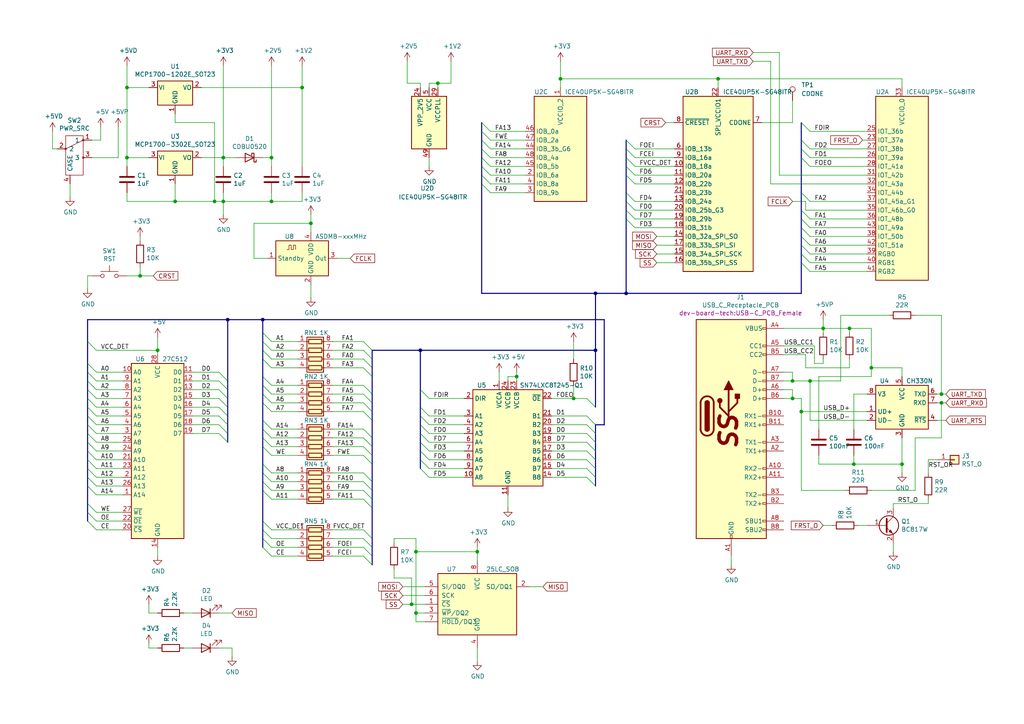
<source format=kicad_sch>
(kicad_sch (version 20230121) (generator eeschema)
  (paper "A4")
  (junction (at 252.73 106.68))
  (junction (at 229.87 110.49))
  (junction (at 90.17 64.77))
  (junction (at 76.2 92.71))
  (junction (at 120.65 177.8))
  (junction (at 36.83 25.4))
  (junction (at 45.72 101.6))
  (junction (at 162.56 22.86))
  (junction (at 273.05 116.84))
  (junction (at 234.95 110.49))
  (junction (at 36.83 45.72))
  (junction (at 64.77 45.72))
  (junction (at 208.28 22.86))
  (junction (at 120.65 160.02))
  (junction (at 40.64 80.01))
  (junction (at 149.86 109.22))
  (junction (at 172.72 101.6))
  (junction (at 138.43 160.02))
  (junction (at 238.76 95.25))
  (junction (at 261.62 134.62))
  (junction (at 232.41 119.38))
  (junction (at 121.92 101.6))
  (junction (at 64.77 58.42))
  (junction (at 50.8 58.42))
  (junction (at 62.23 58.42))
  (junction (at 229.87 115.57))
  (junction (at 166.37 115.57))
  (junction (at 247.65 134.62))
  (junction (at 127 24.13))
  (junction (at 273.05 114.3))
  (junction (at 181.61 85.09))
  (junction (at 87.63 25.4))
  (junction (at 78.74 58.42))
  (junction (at 172.72 85.09))
  (junction (at 78.74 45.72))
  (junction (at 119.38 175.26))
  (junction (at 66.04 92.71))
  (junction (at 246.38 95.25))
  (bus_entry (at 121.92 135.89) (size 2.54 2.54))
  (bus_entry (at 76.2 151.13) (size 2.54 2.54))
  (bus_entry (at 25.4 99.06) (size 2.54 2.54))
  (bus_entry (at 76.2 121.92) (size 2.54 2.54))
  (bus_entry (at 181.61 63.5) (size 2.54 2.54))
  (bus_entry (at 181.61 58.42) (size 2.54 2.54))
  (bus_entry (at 105.41 156.21) (size 2.54 2.54))
  (bus_entry (at 76.2 137.16) (size 2.54 2.54))
  (bus_entry (at 76.2 109.22) (size 2.54 2.54))
  (bus_entry (at 25.4 125.73) (size 2.54 2.54))
  (bus_entry (at 76.2 129.54) (size 2.54 2.54))
  (bus_entry (at 25.4 133.35) (size 2.54 2.54))
  (bus_entry (at 139.7 40.64) (size 2.54 2.54))
  (bus_entry (at 76.2 156.21) (size 2.54 2.54))
  (bus_entry (at 105.41 106.68) (size 2.54 2.54))
  (bus_entry (at 121.92 113.03) (size 2.54 2.54))
  (bus_entry (at 170.18 133.35) (size 2.54 2.54))
  (bus_entry (at 76.2 99.06) (size 2.54 2.54))
  (bus_entry (at 105.41 127) (size 2.54 2.54))
  (bus_entry (at 76.2 127) (size 2.54 2.54))
  (bus_entry (at 181.61 60.96) (size 2.54 2.54))
  (bus_entry (at 232.41 43.18) (size 2.54 2.54))
  (bus_entry (at 170.18 135.89) (size 2.54 2.54))
  (bus_entry (at 25.4 118.11) (size 2.54 2.54))
  (bus_entry (at 170.18 130.81) (size 2.54 2.54))
  (bus_entry (at 25.4 138.43) (size 2.54 2.54))
  (bus_entry (at 105.41 104.14) (size 2.54 2.54))
  (bus_entry (at 181.61 43.18) (size 2.54 2.54))
  (bus_entry (at 181.61 40.64) (size 2.54 2.54))
  (bus_entry (at 232.41 35.56) (size 2.54 2.54))
  (bus_entry (at 25.4 146.05) (size 2.54 2.54))
  (bus_entry (at 170.18 123.19) (size 2.54 2.54))
  (bus_entry (at 232.41 40.64) (size 2.54 2.54))
  (bus_entry (at 232.41 45.72) (size 2.54 2.54))
  (bus_entry (at 76.2 116.84) (size 2.54 2.54))
  (bus_entry (at 105.41 114.3) (size 2.54 2.54))
  (bus_entry (at 63.5 123.19) (size 2.54 2.54))
  (bus_entry (at 105.41 153.67) (size 2.54 2.54))
  (bus_entry (at 105.41 129.54) (size 2.54 2.54))
  (bus_entry (at 63.5 115.57) (size 2.54 2.54))
  (bus_entry (at 76.2 124.46) (size 2.54 2.54))
  (bus_entry (at 105.41 111.76) (size 2.54 2.54))
  (bus_entry (at 105.41 116.84) (size 2.54 2.54))
  (bus_entry (at 76.2 111.76) (size 2.54 2.54))
  (bus_entry (at 232.41 63.5) (size 2.54 2.54))
  (bus_entry (at 25.4 130.81) (size 2.54 2.54))
  (bus_entry (at 181.61 45.72) (size 2.54 2.54))
  (bus_entry (at 76.2 104.14) (size 2.54 2.54))
  (bus_entry (at 170.18 128.27) (size 2.54 2.54))
  (bus_entry (at 25.4 105.41) (size 2.54 2.54))
  (bus_entry (at 25.4 123.19) (size 2.54 2.54))
  (bus_entry (at 121.92 128.27) (size 2.54 2.54))
  (bus_entry (at 25.4 140.97) (size 2.54 2.54))
  (bus_entry (at 232.41 73.66) (size 2.54 2.54))
  (bus_entry (at 139.7 35.56) (size 2.54 2.54))
  (bus_entry (at 105.41 139.7) (size 2.54 2.54))
  (bus_entry (at 121.92 130.81) (size 2.54 2.54))
  (bus_entry (at 121.92 123.19) (size 2.54 2.54))
  (bus_entry (at 139.7 48.26) (size 2.54 2.54))
  (bus_entry (at 25.4 113.03) (size 2.54 2.54))
  (bus_entry (at 25.4 151.13) (size 2.54 2.54))
  (bus_entry (at 76.2 114.3) (size 2.54 2.54))
  (bus_entry (at 105.41 144.78) (size 2.54 2.54))
  (bus_entry (at 170.18 115.57) (size 2.54 2.54))
  (bus_entry (at 105.41 119.38) (size 2.54 2.54))
  (bus_entry (at 181.61 55.88) (size 2.54 2.54))
  (bus_entry (at 25.4 128.27) (size 2.54 2.54))
  (bus_entry (at 232.41 71.12) (size 2.54 2.54))
  (bus_entry (at 105.41 101.6) (size 2.54 2.54))
  (bus_entry (at 105.41 142.24) (size 2.54 2.54))
  (bus_entry (at 63.5 107.95) (size 2.54 2.54))
  (bus_entry (at 232.41 66.04) (size 2.54 2.54))
  (bus_entry (at 139.7 45.72) (size 2.54 2.54))
  (bus_entry (at 121.92 125.73) (size 2.54 2.54))
  (bus_entry (at 232.41 76.2) (size 2.54 2.54))
  (bus_entry (at 76.2 96.52) (size 2.54 2.54))
  (bus_entry (at 63.5 110.49) (size 2.54 2.54))
  (bus_entry (at 105.41 124.46) (size 2.54 2.54))
  (bus_entry (at 232.41 68.58) (size 2.54 2.54))
  (bus_entry (at 170.18 120.65) (size 2.54 2.54))
  (bus_entry (at 76.2 134.62) (size 2.54 2.54))
  (bus_entry (at 63.5 118.11) (size 2.54 2.54))
  (bus_entry (at 25.4 115.57) (size 2.54 2.54))
  (bus_entry (at 170.18 125.73) (size 2.54 2.54))
  (bus_entry (at 105.41 161.29) (size 2.54 2.54))
  (bus_entry (at 63.5 120.65) (size 2.54 2.54))
  (bus_entry (at 121.92 118.11) (size 2.54 2.54))
  (bus_entry (at 139.7 50.8) (size 2.54 2.54))
  (bus_entry (at 76.2 101.6) (size 2.54 2.54))
  (bus_entry (at 170.18 138.43) (size 2.54 2.54))
  (bus_entry (at 181.61 50.8) (size 2.54 2.54))
  (bus_entry (at 76.2 142.24) (size 2.54 2.54))
  (bus_entry (at 139.7 38.1) (size 2.54 2.54))
  (bus_entry (at 76.2 158.75) (size 2.54 2.54))
  (bus_entry (at 63.5 113.03) (size 2.54 2.54))
  (bus_entry (at 232.41 55.88) (size 2.54 2.54))
  (bus_entry (at 105.41 137.16) (size 2.54 2.54))
  (bus_entry (at 25.4 120.65) (size 2.54 2.54))
  (bus_entry (at 76.2 153.67) (size 2.54 2.54))
  (bus_entry (at 25.4 135.89) (size 2.54 2.54))
  (bus_entry (at 232.41 60.96) (size 2.54 2.54))
  (bus_entry (at 25.4 148.59) (size 2.54 2.54))
  (bus_entry (at 76.2 139.7) (size 2.54 2.54))
  (bus_entry (at 121.92 120.65) (size 2.54 2.54))
  (bus_entry (at 139.7 53.34) (size 2.54 2.54))
  (bus_entry (at 105.41 158.75) (size 2.54 2.54))
  (bus_entry (at 121.92 133.35) (size 2.54 2.54))
  (bus_entry (at 105.41 132.08) (size 2.54 2.54))
  (bus_entry (at 63.5 125.73) (size 2.54 2.54))
  (bus_entry (at 25.4 110.49) (size 2.54 2.54))
  (bus_entry (at 105.41 99.06) (size 2.54 2.54))
  (bus_entry (at 181.61 48.26) (size 2.54 2.54))
  (bus_entry (at 25.4 107.95) (size 2.54 2.54))
  (bus_entry (at 139.7 43.18) (size 2.54 2.54))
  (wire (pts (xy 226.06 50.8) (xy 251.46 50.8)))
  (wire (pts (xy 35.56 125.73) (xy 27.94 125.73)))
  (wire (pts (xy 96.52 158.75) (xy 105.41 158.75)))
  (wire (pts (xy 64.77 62.23) (xy 64.77 58.42)))
  (wire (pts (xy 27.94 133.35) (xy 35.56 133.35)))
  (wire (pts (xy 35.56 135.89) (xy 27.94 135.89)))
  (wire (pts (xy 238.76 95.25) (xy 238.76 96.52)))
  (wire (pts (xy 105.41 132.08) (xy 96.52 132.08)))
  (bus (pts (xy 107.95 134.62) (xy 107.95 139.7)))
  (bus (pts (xy 172.72 101.6) (xy 172.72 85.09)))
  (bus (pts (xy 76.2 111.76) (xy 76.2 114.3)))
  (wire (pts (xy 269.24 144.78) (xy 269.24 146.05)))
  (bus (pts (xy 25.4 107.95) (xy 25.4 110.49)))
  (wire (pts (xy 233.68 60.96) (xy 251.46 60.96)))
  (wire (pts (xy 124.46 24.13) (xy 127 24.13)))
  (wire (pts (xy 35.56 115.57) (xy 27.94 115.57)))
  (wire (pts (xy 67.31 187.96) (xy 67.31 190.5)))
  (wire (pts (xy 120.65 177.8) (xy 120.65 180.34)))
  (wire (pts (xy 247.65 124.46) (xy 247.65 114.3)))
  (wire (pts (xy 134.62 120.65) (xy 124.46 120.65)))
  (wire (pts (xy 246.38 95.25) (xy 246.38 96.52)))
  (bus (pts (xy 181.61 40.64) (xy 181.61 43.18)))
  (bus (pts (xy 172.72 101.6) (xy 121.92 101.6)))
  (bus (pts (xy 121.92 125.73) (xy 121.92 128.27)))
  (wire (pts (xy 114.3 157.48) (xy 114.3 156.21)))
  (bus (pts (xy 107.95 127) (xy 107.95 129.54)))
  (wire (pts (xy 36.83 55.88) (xy 36.83 58.42)))
  (wire (pts (xy 35.56 153.67) (xy 27.94 153.67)))
  (wire (pts (xy 86.36 119.38) (xy 78.74 119.38)))
  (bus (pts (xy 76.2 101.6) (xy 76.2 104.14)))
  (wire (pts (xy 234.95 76.2) (xy 251.46 76.2)))
  (wire (pts (xy 55.88 107.95) (xy 63.5 107.95)))
  (wire (pts (xy 78.74 55.88) (xy 78.74 58.42)))
  (wire (pts (xy 212.09 161.29) (xy 212.09 163.83)))
  (bus (pts (xy 66.04 113.03) (xy 66.04 115.57)))
  (wire (pts (xy 271.78 114.3) (xy 273.05 114.3)))
  (wire (pts (xy 160.02 130.81) (xy 170.18 130.81)))
  (wire (pts (xy 43.18 175.26) (xy 43.18 177.8)))
  (bus (pts (xy 232.41 68.58) (xy 232.41 71.12)))
  (wire (pts (xy 124.46 128.27) (xy 134.62 128.27)))
  (wire (pts (xy 43.18 177.8) (xy 45.72 177.8)))
  (wire (pts (xy 105.41 144.78) (xy 96.52 144.78)))
  (wire (pts (xy 208.28 22.86) (xy 162.56 22.86)))
  (wire (pts (xy 184.15 45.72) (xy 195.58 45.72)))
  (wire (pts (xy 265.43 91.44) (xy 273.05 91.44)))
  (wire (pts (xy 105.41 106.68) (xy 96.52 106.68)))
  (bus (pts (xy 181.61 55.88) (xy 181.61 58.42)))
  (bus (pts (xy 172.72 123.19) (xy 175.26 123.19)))
  (wire (pts (xy 78.74 104.14) (xy 86.36 104.14)))
  (bus (pts (xy 121.92 120.65) (xy 121.92 123.19)))
  (wire (pts (xy 63.5 115.57) (xy 55.88 115.57)))
  (bus (pts (xy 121.92 123.19) (xy 121.92 125.73)))
  (wire (pts (xy 160.02 135.89) (xy 170.18 135.89)))
  (bus (pts (xy 66.04 125.73) (xy 66.04 128.27)))
  (wire (pts (xy 238.76 95.25) (xy 246.38 95.25)))
  (wire (pts (xy 36.83 58.42) (xy 50.8 58.42)))
  (wire (pts (xy 149.86 107.95) (xy 149.86 109.22)))
  (wire (pts (xy 40.64 69.85) (xy 40.64 68.58)))
  (bus (pts (xy 181.61 85.09) (xy 172.72 85.09)))
  (wire (pts (xy 27.94 128.27) (xy 35.56 128.27)))
  (bus (pts (xy 107.95 147.32) (xy 107.95 156.21)))
  (wire (pts (xy 166.37 99.06) (xy 166.37 104.14)))
  (wire (pts (xy 238.76 152.4) (xy 241.3 152.4)))
  (wire (pts (xy 261.62 22.86) (xy 208.28 22.86)))
  (wire (pts (xy 246.38 106.68) (xy 246.38 104.14)))
  (wire (pts (xy 252.73 142.24) (xy 265.43 142.24)))
  (wire (pts (xy 78.74 153.67) (xy 86.36 153.67)))
  (bus (pts (xy 76.2 92.71) (xy 66.04 92.71)))
  (wire (pts (xy 78.74 124.46) (xy 86.36 124.46)))
  (bus (pts (xy 172.72 133.35) (xy 172.72 135.89)))
  (wire (pts (xy 34.29 45.72) (xy 26.67 45.72)))
  (wire (pts (xy 64.77 45.72) (xy 68.58 45.72)))
  (wire (pts (xy 227.33 113.03) (xy 229.87 113.03)))
  (wire (pts (xy 27.94 148.59) (xy 35.56 148.59)))
  (wire (pts (xy 247.65 134.62) (xy 261.62 134.62)))
  (bus (pts (xy 181.61 85.09) (xy 232.41 85.09)))
  (wire (pts (xy 90.17 64.77) (xy 90.17 67.31)))
  (wire (pts (xy 246.38 95.25) (xy 252.73 95.25)))
  (wire (pts (xy 123.19 170.18) (xy 116.84 170.18)))
  (wire (pts (xy 62.23 35.56) (xy 62.23 58.42)))
  (bus (pts (xy 232.41 63.5) (xy 232.41 66.04)))
  (wire (pts (xy 234.95 73.66) (xy 251.46 73.66)))
  (wire (pts (xy 78.74 58.42) (xy 87.63 58.42)))
  (bus (pts (xy 232.41 60.96) (xy 232.41 63.5)))
  (wire (pts (xy 86.36 156.21) (xy 78.74 156.21)))
  (wire (pts (xy 105.41 101.6) (xy 96.52 101.6)))
  (bus (pts (xy 107.95 139.7) (xy 107.95 142.24)))
  (wire (pts (xy 229.87 113.03) (xy 229.87 115.57)))
  (wire (pts (xy 101.6 74.93) (xy 97.79 74.93)))
  (wire (pts (xy 190.5 73.66) (xy 195.58 73.66)))
  (wire (pts (xy 234.95 71.12) (xy 251.46 71.12)))
  (wire (pts (xy 237.49 134.62) (xy 247.65 134.62)))
  (wire (pts (xy 105.41 156.21) (xy 96.52 156.21)))
  (bus (pts (xy 107.95 121.92) (xy 107.95 127)))
  (wire (pts (xy 271.78 121.92) (xy 274.32 121.92)))
  (wire (pts (xy 50.8 35.56) (xy 62.23 35.56)))
  (wire (pts (xy 124.46 133.35) (xy 134.62 133.35)))
  (wire (pts (xy 78.74 129.54) (xy 86.36 129.54)))
  (wire (pts (xy 232.41 115.57) (xy 232.41 119.38)))
  (wire (pts (xy 86.36 144.78) (xy 78.74 144.78)))
  (wire (pts (xy 105.41 139.7) (xy 96.52 139.7)))
  (bus (pts (xy 139.7 48.26) (xy 139.7 50.8)))
  (wire (pts (xy 220.98 35.56) (xy 229.87 35.56)))
  (bus (pts (xy 172.72 123.19) (xy 172.72 125.73)))
  (wire (pts (xy 64.77 55.88) (xy 64.77 58.42)))
  (bus (pts (xy 181.61 43.18) (xy 181.61 45.72)))
  (wire (pts (xy 229.87 110.49) (xy 234.95 110.49)))
  (bus (pts (xy 181.61 60.96) (xy 181.61 63.5)))
  (bus (pts (xy 181.61 45.72) (xy 181.61 48.26)))
  (wire (pts (xy 78.74 142.24) (xy 86.36 142.24)))
  (wire (pts (xy 247.65 114.3) (xy 251.46 114.3)))
  (wire (pts (xy 27.94 138.43) (xy 35.56 138.43)))
  (wire (pts (xy 142.24 43.18) (xy 152.4 43.18)))
  (wire (pts (xy 232.41 119.38) (xy 232.41 142.24)))
  (bus (pts (xy 76.2 127) (xy 76.2 129.54)))
  (wire (pts (xy 218.44 15.24) (xy 226.06 15.24)))
  (bus (pts (xy 76.2 116.84) (xy 76.2 121.92)))
  (wire (pts (xy 78.74 137.16) (xy 86.36 137.16)))
  (bus (pts (xy 139.7 38.1) (xy 139.7 40.64)))
  (bus (pts (xy 76.2 104.14) (xy 76.2 109.22)))
  (bus (pts (xy 25.4 128.27) (xy 25.4 130.81)))
  (wire (pts (xy 87.63 58.42) (xy 87.63 55.88)))
  (wire (pts (xy 229.87 115.57) (xy 227.33 115.57)))
  (wire (pts (xy 123.19 177.8) (xy 120.65 177.8)))
  (wire (pts (xy 257.81 91.44) (xy 243.84 91.44)))
  (wire (pts (xy 248.92 152.4) (xy 251.46 152.4)))
  (wire (pts (xy 119.38 175.26) (xy 116.84 175.26)))
  (wire (pts (xy 138.43 160.02) (xy 138.43 158.75)))
  (wire (pts (xy 184.15 48.26) (xy 195.58 48.26)))
  (wire (pts (xy 233.68 106.68) (xy 246.38 106.68)))
  (wire (pts (xy 55.88 118.11) (xy 63.5 118.11)))
  (wire (pts (xy 229.87 115.57) (xy 232.41 115.57)))
  (wire (pts (xy 160.02 125.73) (xy 170.18 125.73)))
  (wire (pts (xy 234.95 43.18) (xy 251.46 43.18)))
  (bus (pts (xy 107.95 161.29) (xy 107.95 163.83)))
  (wire (pts (xy 259.08 147.32) (xy 259.08 146.05)))
  (wire (pts (xy 53.34 187.96) (xy 55.88 187.96)))
  (wire (pts (xy 234.95 58.42) (xy 251.46 58.42)))
  (wire (pts (xy 86.36 101.6) (xy 78.74 101.6)))
  (wire (pts (xy 78.74 19.05) (xy 78.74 45.72)))
  (wire (pts (xy 273.05 127) (xy 273.05 116.84)))
  (wire (pts (xy 96.52 104.14) (xy 105.41 104.14)))
  (wire (pts (xy 27.94 107.95) (xy 35.56 107.95)))
  (wire (pts (xy 273.05 114.3) (xy 274.32 114.3)))
  (wire (pts (xy 78.74 116.84) (xy 86.36 116.84)))
  (bus (pts (xy 139.7 53.34) (xy 139.7 85.09)))
  (wire (pts (xy 134.62 130.81) (xy 124.46 130.81)))
  (bus (pts (xy 107.95 144.78) (xy 107.95 147.32)))
  (wire (pts (xy 271.78 116.84) (xy 273.05 116.84)))
  (bus (pts (xy 139.7 50.8) (xy 139.7 53.34)))
  (wire (pts (xy 238.76 92.71) (xy 238.76 95.25)))
  (bus (pts (xy 107.95 116.84) (xy 107.95 119.38)))
  (bus (pts (xy 76.2 109.22) (xy 76.2 111.76)))
  (wire (pts (xy 62.23 58.42) (xy 64.77 58.42)))
  (wire (pts (xy 114.3 167.64) (xy 114.3 165.1)))
  (wire (pts (xy 96.52 116.84) (xy 105.41 116.84)))
  (wire (pts (xy 96.52 129.54) (xy 105.41 129.54)))
  (wire (pts (xy 234.95 48.26) (xy 251.46 48.26)))
  (wire (pts (xy 142.24 45.72) (xy 152.4 45.72)))
  (wire (pts (xy 35.56 143.51) (xy 27.94 143.51)))
  (bus (pts (xy 76.2 156.21) (xy 76.2 158.75)))
  (wire (pts (xy 63.5 187.96) (xy 67.31 187.96)))
  (wire (pts (xy 50.8 33.02) (xy 50.8 35.56)))
  (bus (pts (xy 76.2 114.3) (xy 76.2 116.84)))
  (wire (pts (xy 233.68 58.42) (xy 233.68 60.96)))
  (wire (pts (xy 243.84 110.49) (xy 234.95 110.49)))
  (wire (pts (xy 118.11 24.13) (xy 121.92 24.13)))
  (wire (pts (xy 208.28 25.4) (xy 208.28 22.86)))
  (wire (pts (xy 119.38 175.26) (xy 119.38 167.64)))
  (wire (pts (xy 184.15 58.42) (xy 195.58 58.42)))
  (wire (pts (xy 45.72 101.6) (xy 45.72 102.87)))
  (wire (pts (xy 265.43 127) (xy 273.05 127)))
  (bus (pts (xy 121.92 101.6) (xy 121.92 113.03)))
  (wire (pts (xy 25.4 83.82) (xy 25.4 80.01)))
  (bus (pts (xy 139.7 43.18) (xy 139.7 45.72)))
  (wire (pts (xy 86.36 127) (xy 78.74 127)))
  (wire (pts (xy 96.52 137.16) (xy 105.41 137.16)))
  (bus (pts (xy 25.4 135.89) (xy 25.4 138.43)))
  (bus (pts (xy 76.2 134.62) (xy 76.2 137.16)))
  (wire (pts (xy 90.17 82.55) (xy 90.17 86.36)))
  (bus (pts (xy 25.4 146.05) (xy 25.4 148.59)))
  (bus (pts (xy 25.4 105.41) (xy 25.4 107.95)))
  (wire (pts (xy 261.62 134.62) (xy 261.62 137.16)))
  (wire (pts (xy 252.73 95.25) (xy 252.73 106.68)))
  (wire (pts (xy 55.88 123.19) (xy 63.5 123.19)))
  (wire (pts (xy 144.78 107.95) (xy 144.78 110.49)))
  (wire (pts (xy 73.66 64.77) (xy 90.17 64.77)))
  (wire (pts (xy 166.37 115.57) (xy 170.18 115.57)))
  (wire (pts (xy 50.8 53.34) (xy 50.8 58.42)))
  (wire (pts (xy 170.18 138.43) (xy 160.02 138.43)))
  (wire (pts (xy 73.66 74.93) (xy 73.66 64.77)))
  (wire (pts (xy 236.22 100.33) (xy 227.33 100.33)))
  (bus (pts (xy 25.4 113.03) (xy 25.4 115.57)))
  (bus (pts (xy 172.72 118.11) (xy 172.72 101.6)))
  (wire (pts (xy 78.74 99.06) (xy 86.36 99.06)))
  (bus (pts (xy 66.04 120.65) (xy 66.04 123.19)))
  (bus (pts (xy 25.4 92.71) (xy 66.04 92.71)))
  (wire (pts (xy 223.52 17.78) (xy 218.44 17.78)))
  (wire (pts (xy 55.88 113.03) (xy 63.5 113.03)))
  (wire (pts (xy 127 24.13) (xy 127 25.4)))
  (wire (pts (xy 190.5 76.2) (xy 195.58 76.2)))
  (wire (pts (xy 27.94 101.6) (xy 45.72 101.6)))
  (bus (pts (xy 121.92 130.81) (xy 121.92 133.35)))
  (wire (pts (xy 63.5 110.49) (xy 55.88 110.49)))
  (wire (pts (xy 40.64 80.01) (xy 40.64 77.47)))
  (wire (pts (xy 223.52 53.34) (xy 251.46 53.34)))
  (bus (pts (xy 25.4 92.71) (xy 25.4 99.06)))
  (bus (pts (xy 76.2 99.06) (xy 76.2 101.6)))
  (bus (pts (xy 232.41 45.72) (xy 232.41 55.88)))
  (wire (pts (xy 250.19 40.64) (xy 251.46 40.64)))
  (wire (pts (xy 160.02 115.57) (xy 166.37 115.57)))
  (bus (pts (xy 121.92 113.03) (xy 121.92 118.11)))
  (wire (pts (xy 229.87 107.95) (xy 229.87 110.49)))
  (wire (pts (xy 259.08 160.02) (xy 259.08 157.48)))
  (bus (pts (xy 107.95 114.3) (xy 107.95 116.84)))
  (wire (pts (xy 227.33 102.87) (xy 233.68 102.87)))
  (wire (pts (xy 233.68 102.87) (xy 233.68 106.68)))
  (bus (pts (xy 25.4 115.57) (xy 25.4 118.11)))
  (wire (pts (xy 36.83 25.4) (xy 43.18 25.4)))
  (wire (pts (xy 63.5 125.73) (xy 55.88 125.73)))
  (wire (pts (xy 184.15 66.04) (xy 195.58 66.04)))
  (wire (pts (xy 45.72 161.29) (xy 45.72 158.75)))
  (wire (pts (xy 124.46 48.26) (xy 124.46 45.72)))
  (wire (pts (xy 90.17 62.23) (xy 90.17 64.77)))
  (wire (pts (xy 252.73 106.68) (xy 252.73 109.22)))
  (wire (pts (xy 259.08 146.05) (xy 269.24 146.05)))
  (wire (pts (xy 234.95 38.1) (xy 251.46 38.1)))
  (bus (pts (xy 25.4 99.06) (xy 25.4 105.41)))
  (bus (pts (xy 25.4 123.19) (xy 25.4 125.73)))
  (bus (pts (xy 66.04 115.57) (xy 66.04 118.11)))
  (wire (pts (xy 162.56 17.78) (xy 162.56 22.86)))
  (wire (pts (xy 120.65 160.02) (xy 138.43 160.02)))
  (wire (pts (xy 184.15 60.96) (xy 195.58 60.96)))
  (wire (pts (xy 229.87 110.49) (xy 227.33 110.49)))
  (wire (pts (xy 64.77 19.05) (xy 64.77 45.72)))
  (wire (pts (xy 50.8 58.42) (xy 62.23 58.42)))
  (bus (pts (xy 76.2 139.7) (xy 76.2 142.24)))
  (wire (pts (xy 105.41 161.29) (xy 96.52 161.29)))
  (wire (pts (xy 170.18 133.35) (xy 160.02 133.35)))
  (wire (pts (xy 121.92 24.13) (xy 121.92 25.4)))
  (bus (pts (xy 232.41 71.12) (xy 232.41 73.66)))
  (bus (pts (xy 76.2 137.16) (xy 76.2 139.7)))
  (wire (pts (xy 96.52 124.46) (xy 105.41 124.46)))
  (wire (pts (xy 237.49 109.22) (xy 252.73 109.22)))
  (wire (pts (xy 63.5 177.8) (xy 67.31 177.8)))
  (wire (pts (xy 40.64 80.01) (xy 44.45 80.01)))
  (wire (pts (xy 153.67 170.18) (xy 157.48 170.18)))
  (wire (pts (xy 36.83 45.72) (xy 36.83 25.4)))
  (wire (pts (xy 252.73 106.68) (xy 261.62 106.68)))
  (bus (pts (xy 172.72 135.89) (xy 172.72 138.43)))
  (wire (pts (xy 236.22 105.41) (xy 236.22 100.33)))
  (wire (pts (xy 105.41 114.3) (xy 96.52 114.3)))
  (wire (pts (xy 124.46 24.13) (xy 124.46 25.4)))
  (wire (pts (xy 53.34 177.8) (xy 55.88 177.8)))
  (wire (pts (xy 162.56 22.86) (xy 162.56 25.4)))
  (bus (pts (xy 107.95 142.24) (xy 107.95 144.78)))
  (wire (pts (xy 96.52 153.67) (xy 105.41 153.67)))
  (bus (pts (xy 232.41 66.04) (xy 232.41 68.58)))
  (bus (pts (xy 25.4 110.49) (xy 25.4 113.03)))
  (bus (pts (xy 25.4 140.97) (xy 25.4 146.05)))
  (wire (pts (xy 76.2 45.72) (xy 78.74 45.72)))
  (bus (pts (xy 76.2 96.52) (xy 76.2 99.06)))
  (wire (pts (xy 58.42 25.4) (xy 87.63 25.4)))
  (bus (pts (xy 172.72 128.27) (xy 172.72 130.81)))
  (wire (pts (xy 147.32 109.22) (xy 149.86 109.22)))
  (bus (pts (xy 107.95 129.54) (xy 107.95 132.08)))
  (wire (pts (xy 261.62 134.62) (xy 261.62 127)))
  (wire (pts (xy 86.36 139.7) (xy 78.74 139.7)))
  (bus (pts (xy 232.41 73.66) (xy 232.41 76.2)))
  (wire (pts (xy 234.95 66.04) (xy 251.46 66.04)))
  (bus (pts (xy 25.4 125.73) (xy 25.4 128.27)))
  (wire (pts (xy 134.62 125.73) (xy 124.46 125.73)))
  (wire (pts (xy 149.86 109.22) (xy 149.86 110.49)))
  (wire (pts (xy 20.32 57.15) (xy 20.32 53.34)))
  (bus (pts (xy 181.61 48.26) (xy 181.61 50.8)))
  (bus (pts (xy 172.72 138.43) (xy 172.72 140.97)))
  (bus (pts (xy 76.2 151.13) (xy 76.2 153.67)))
  (wire (pts (xy 237.49 132.08) (xy 237.49 134.62)))
  (bus (pts (xy 107.95 158.75) (xy 107.95 161.29)))
  (wire (pts (xy 142.24 48.26) (xy 152.4 48.26)))
  (bus (pts (xy 181.61 50.8) (xy 181.61 55.88)))
  (wire (pts (xy 78.74 45.72) (xy 78.74 48.26)))
  (wire (pts (xy 190.5 71.12) (xy 195.58 71.12)))
  (bus (pts (xy 76.2 121.92) (xy 76.2 124.46)))
  (wire (pts (xy 234.95 68.58) (xy 251.46 68.58)))
  (wire (pts (xy 15.24 38.1) (xy 15.24 43.18)))
  (wire (pts (xy 120.65 180.34) (xy 123.19 180.34)))
  (wire (pts (xy 166.37 111.76) (xy 166.37 115.57)))
  (bus (pts (xy 139.7 40.64) (xy 139.7 43.18)))
  (wire (pts (xy 96.52 111.76) (xy 105.41 111.76)))
  (bus (pts (xy 232.41 76.2) (xy 232.41 85.09)))
  (bus (pts (xy 66.04 110.49) (xy 66.04 113.03)))
  (wire (pts (xy 29.21 40.64) (xy 26.67 40.64)))
  (wire (pts (xy 273.05 116.84) (xy 274.32 116.84)))
  (bus (pts (xy 121.92 133.35) (xy 121.92 135.89)))
  (wire (pts (xy 64.77 58.42) (xy 78.74 58.42)))
  (bus (pts (xy 107.95 119.38) (xy 107.95 121.92)))
  (bus (pts (xy 76.2 129.54) (xy 76.2 134.62)))
  (wire (pts (xy 29.21 36.83) (xy 29.21 40.64)))
  (bus (pts (xy 172.72 125.73) (xy 172.72 128.27)))
  (bus (pts (xy 66.04 92.71) (xy 66.04 110.49)))
  (bus (pts (xy 66.04 123.19) (xy 66.04 125.73)))
  (wire (pts (xy 120.65 156.21) (xy 120.65 160.02)))
  (bus (pts (xy 107.95 156.21) (xy 107.95 158.75)))
  (wire (pts (xy 232.41 119.38) (xy 251.46 119.38)))
  (wire (pts (xy 105.41 119.38) (xy 96.52 119.38)))
  (bus (pts (xy 107.95 132.08) (xy 107.95 134.62)))
  (wire (pts (xy 170.18 128.27) (xy 160.02 128.27)))
  (wire (pts (xy 58.42 45.72) (xy 64.77 45.72)))
  (wire (pts (xy 124.46 115.57) (xy 134.62 115.57)))
  (wire (pts (xy 223.52 17.78) (xy 223.52 53.34)))
  (wire (pts (xy 96.52 99.06) (xy 105.41 99.06)))
  (wire (pts (xy 184.15 50.8) (xy 195.58 50.8)))
  (wire (pts (xy 227.33 107.95) (xy 229.87 107.95)))
  (wire (pts (xy 87.63 25.4) (xy 87.63 48.26)))
  (wire (pts (xy 105.41 127) (xy 96.52 127)))
  (wire (pts (xy 15.24 43.18) (xy 16.51 43.18)))
  (wire (pts (xy 147.32 143.51) (xy 147.32 147.32)))
  (wire (pts (xy 229.87 58.42) (xy 233.68 58.42)))
  (bus (pts (xy 172.72 85.09) (xy 139.7 85.09)))
  (wire (pts (xy 193.04 35.56) (xy 195.58 35.56)))
  (wire (pts (xy 234.95 45.72) (xy 251.46 45.72)))
  (bus (pts (xy 66.04 118.11) (xy 66.04 120.65)))
  (wire (pts (xy 45.72 97.79) (xy 45.72 101.6)))
  (wire (pts (xy 273.05 91.44) (xy 273.05 114.3)))
  (wire (pts (xy 64.77 45.72) (xy 64.77 48.26)))
  (wire (pts (xy 142.24 55.88) (xy 152.4 55.88)))
  (bus (pts (xy 107.95 104.14) (xy 107.95 106.68)))
  (wire (pts (xy 43.18 186.69) (xy 43.18 187.96)))
  (wire (pts (xy 269.24 133.35) (xy 271.78 133.35)))
  (wire (pts (xy 25.4 80.01) (xy 26.67 80.01)))
  (wire (pts (xy 63.5 120.65) (xy 55.88 120.65)))
  (wire (pts (xy 118.11 17.78) (xy 118.11 24.13)))
  (wire (pts (xy 234.95 63.5) (xy 251.46 63.5)))
  (wire (pts (xy 119.38 167.64) (xy 114.3 167.64)))
  (wire (pts (xy 130.81 24.13) (xy 127 24.13)))
  (wire (pts (xy 232.41 142.24) (xy 245.11 142.24)))
  (bus (pts (xy 25.4 133.35) (xy 25.4 135.89)))
  (wire (pts (xy 27.94 151.13) (xy 35.56 151.13)))
  (bus (pts (xy 76.2 153.67) (xy 76.2 156.21)))
  (wire (pts (xy 261.62 106.68) (xy 261.62 109.22)))
  (wire (pts (xy 35.56 110.49) (xy 27.94 110.49)))
  (bus (pts (xy 172.72 130.81) (xy 172.72 133.35)))
  (bus (pts (xy 25.4 148.59) (xy 25.4 151.13)))
  (wire (pts (xy 35.56 120.65) (xy 27.94 120.65)))
  (wire (pts (xy 265.43 142.24) (xy 265.43 127)))
  (wire (pts (xy 34.29 36.83) (xy 34.29 45.72)))
  (wire (pts (xy 190.5 68.58) (xy 195.58 68.58)))
  (wire (pts (xy 96.52 142.24) (xy 105.41 142.24)))
  (wire (pts (xy 138.43 162.56) (xy 138.43 160.02)))
  (wire (pts (xy 261.62 25.4) (xy 261.62 22.86)))
  (wire (pts (xy 138.43 187.96) (xy 138.43 191.77)))
  (wire (pts (xy 227.33 95.25) (xy 238.76 95.25)))
  (bus (pts (xy 121.92 128.27) (xy 121.92 130.81)))
  (wire (pts (xy 142.24 50.8) (xy 152.4 50.8)))
  (bus (pts (xy 76.2 92.71) (xy 175.26 92.71)))
  (bus (pts (xy 107.95 109.22) (xy 107.95 114.3)))
  (wire (pts (xy 134.62 135.89) (xy 124.46 135.89)))
  (bus (pts (xy 139.7 45.72) (xy 139.7 48.26)))
  (wire (pts (xy 237.49 109.22) (xy 237.49 124.46)))
  (bus (pts (xy 76.2 92.71) (xy 76.2 96.52)))
  (bus (pts (xy 25.4 130.81) (xy 25.4 133.35)))
  (wire (pts (xy 184.15 63.5) (xy 195.58 63.5)))
  (wire (pts (xy 86.36 106.68) (xy 78.74 106.68)))
  (bus (pts (xy 107.95 106.68) (xy 107.95 109.22)))
  (wire (pts (xy 243.84 91.44) (xy 243.84 110.49)))
  (wire (pts (xy 184.15 53.34) (xy 195.58 53.34)))
  (wire (pts (xy 43.18 45.72) (xy 36.83 45.72)))
  (wire (pts (xy 78.74 111.76) (xy 86.36 111.76)))
  (wire (pts (xy 86.36 161.29) (xy 78.74 161.29)))
  (bus (pts (xy 76.2 142.24) (xy 76.2 151.13)))
  (wire (pts (xy 142.24 38.1) (xy 152.4 38.1)))
  (bus (pts (xy 107.95 101.6) (xy 107.95 104.14)))
  (wire (pts (xy 160.02 120.65) (xy 170.18 120.65)))
  (bus (pts (xy 25.4 118.11) (xy 25.4 120.65)))
  (wire (pts (xy 170.18 123.19) (xy 160.02 123.19)))
  (bus (pts (xy 121.92 118.11) (xy 121.92 120.65)))
  (wire (pts (xy 142.24 53.34) (xy 152.4 53.34)))
  (bus (pts (xy 25.4 120.65) (xy 25.4 123.19)))
  (bus (pts (xy 181.61 58.42) (xy 181.61 60.96)))
  (wire (pts (xy 35.56 130.81) (xy 27.94 130.81)))
  (wire (pts (xy 36.83 80.01) (xy 40.64 80.01)))
  (wire (pts (xy 142.24 40.64) (xy 152.4 40.64)))
  (wire (pts (xy 87.63 19.05) (xy 87.63 25.4)))
  (wire (pts (xy 27.94 123.19) (xy 35.56 123.19)))
  (bus (pts (xy 121.92 101.6) (xy 107.95 101.6)))
  (bus (pts (xy 139.7 35.56) (xy 139.7 38.1)))
  (wire (pts (xy 234.95 121.92) (xy 251.46 121.92)))
  (wire (pts (xy 238.76 104.14) (xy 238.76 105.41)))
  (wire (pts (xy 36.83 48.26) (xy 36.83 45.72)))
  (bus (pts (xy 76.2 124.46) (xy 76.2 127)))
  (wire (pts (xy 124.46 123.19) (xy 134.62 123.19)))
  (wire (pts (xy 234.95 110.49) (xy 234.95 121.92)))
  (bus (pts (xy 25.4 138.43) (xy 25.4 140.97)))
  (wire (pts (xy 238.76 105.41) (xy 236.22 105.41)))
  (wire (pts (xy 234.95 78.74) (xy 251.46 78.74)))
  (wire (pts (xy 116.84 172.72) (xy 123.19 172.72)))
  (wire (pts (xy 123.19 175.26) (xy 119.38 175.26)))
  (wire (pts (xy 147.32 110.49) (xy 147.32 109.22)))
  (wire (pts (xy 124.46 138.43) (xy 134.62 138.43)))
  (bus (pts (xy 232.41 43.18) (xy 232.41 45.72)))
  (wire (pts (xy 226.06 15.24) (xy 226.06 50.8)))
  (bus (pts (xy 232.41 55.88) (xy 232.41 60.96)))
  (wire (pts (xy 27.94 118.11) (xy 35.56 118.11)))
  (wire (pts (xy 27.94 113.03) (xy 35.56 113.03)))
  (wire (pts (xy 130.81 17.78) (xy 130.81 24.13)))
  (wire (pts (xy 229.87 35.56) (xy 229.87 29.21)))
  (bus (pts (xy 232.41 40.64) (xy 232.41 43.18)))
  (bus (pts (xy 175.26 92.71) (xy 175.26 123.19)))
  (bus (pts (xy 181.61 63.5) (xy 181.61 85.09)))
  (wire (pts (xy 86.36 114.3) (xy 78.74 114.3)))
  (wire (pts (xy 35.56 140.97) (xy 27.94 140.97)))
  (wire (pts (xy 78.74 158.75) (xy 86.36 158.75)))
  (wire (pts (xy 36.83 19.05) (xy 36.83 25.4)))
  (wire (pts (xy 77.47 74.93) (xy 73.66 74.93)))
  (bus (pts (xy 232.41 35.56) (xy 232.41 40.64)))
  (wire (pts (xy 269.24 137.16) (xy 269.24 133.35)))
  (wire (pts (xy 114.3 156.21) (xy 120.65 156.21)))
  (wire (pts (xy 43.18 187.96) (xy 45.72 187.96)))
  (wire (pts (xy 247.65 132.08) (xy 247.65 134.62)))
  (wire (pts (xy 120.65 177.8) (xy 120.65 160.02)))
  (wire (pts (xy 184.15 43.18) (xy 195.58 43.18)))
  (wire (pts (xy 86.36 132.08) (xy 78.74 132.08)))
  (label "A1" (at 80.01 99.06 0))
  (label "A3" (at 80.01 106.68 0))
  (label "FA11" (at 97.79 144.78 0))
  (label "FCEI" (at 97.79 161.29 0))
  (label "A11" (at 80.01 144.78 0))
  (label "A8" (at 80.01 137.16 0))
  (label "VCC_DET" (at 80.01 153.67 0))
  (label "FD1" (at 236.22 45.72 0))
  (label "D5" (at 58.42 120.65 0))
  (label "RST_OR" (at 269.24 135.89 0))
  (label "A10" (at 80.01 139.7 0))
  (label "FA0" (at 236.22 68.58 0))
  (label "FOEI" (at 185.42 43.18 0))
  (label "FD2" (at 125.73 123.19 0))
  (label "D4" (at 161.29 135.89 0))
  (label "FOEI" (at 97.79 158.75 0))
  (label "D6" (at 161.29 133.35 0))
  (label "FA10" (at 143.51 50.8 0))
  (label "FVCC_DET" (at 96.52 153.67 0))
  (label "D4" (at 58.42 118.11 0))
  (label "FD1" (at 125.73 120.65 0))
  (label "FA4" (at 236.22 76.2 0))
  (label "D7" (at 161.29 128.27 0))
  (label "A13" (at 80.01 129.54 0))
  (label "D1" (at 161.29 120.65 0))
  (label "FD2" (at 236.22 43.18 0))
  (label "D2" (at 161.29 123.19 0))
  (label "FA3" (at 236.22 73.66 0))
  (label "FD5" (at 125.73 138.43 0))
  (label "FA9" (at 143.51 55.88 0))
  (label "A0" (at 29.21 107.95 0))
  (label "FWE" (at 143.51 40.64 0))
  (label "D7" (at 58.42 125.73 0))
  (label "A14" (at 80.01 124.46 0))
  (label "FD5" (at 185.42 53.34 0))
  (label "FA1" (at 99.06 99.06 0))
  (label "A7" (at 80.01 119.38 0))
  (label "FA4" (at 99.06 111.76 0))
  (label "FCEI" (at 185.42 45.72 0))
  (label "CE" (at 29.21 153.67 0))
  (label "FA8" (at 97.79 137.16 0))
  (label "D6" (at 58.42 123.19 0))
  (label "VCC_DET" (at 29.21 101.6 0))
  (label "FA13" (at 97.79 129.54 0))
  (label "FA7" (at 99.06 119.38 0))
  (label "D2" (at 58.42 113.03 0))
  (label "A7" (at 29.21 125.73 0))
  (label "D5" (at 161.29 138.43 0))
  (label "FA10" (at 97.79 139.7 0))
  (label "A1" (at 29.21 110.49 0))
  (label "D0" (at 58.42 107.95 0))
  (label "FA12" (at 143.51 48.26 0))
  (label "FD3" (at 185.42 66.04 0))
  (label "FD4" (at 125.73 135.89 0))
  (label "FA9" (at 97.79 142.24 0))
  (label "WE" (at 80.01 132.08 0))
  (label "A12" (at 80.01 127 0))
  (label "A14" (at 29.21 143.51 0))
  (label "A11" (at 29.21 135.89 0))
  (label "FVCC_DET" (at 185.42 48.26 0))
  (label "FD6" (at 125.73 133.35 0))
  (label "FA14" (at 143.51 43.18 0))
  (label "WE" (at 29.21 148.59 0))
  (label "D0" (at 161.29 125.73 0))
  (label "FA1" (at 236.22 63.5 0))
  (label "FA11" (at 143.51 53.34 0))
  (label "A0" (at 80.01 104.14 0))
  (label "FA2" (at 99.06 101.6 0))
  (label "FA7" (at 236.22 66.04 0))
  (label "FWE" (at 97.79 132.08 0))
  (label "A3" (at 29.21 115.57 0))
  (label "A8" (at 29.21 128.27 0))
  (label "CE" (at 80.01 161.29 0))
  (label "FA3" (at 99.06 106.68 0))
  (label "FA14" (at 97.79 124.46 0))
  (label "FDIR" (at 236.22 38.1 0))
  (label "A9" (at 80.01 142.24 0))
  (label "FA13" (at 143.51 38.1 0))
  (label "A4" (at 29.21 118.11 0))
  (label "FA12" (at 97.79 127 0))
  (label "FD4" (at 185.42 58.42 0))
  (label "OE" (at 29.21 151.13 0))
  (label "D3" (at 58.42 115.57 0))
  (label "A5" (at 80.01 114.3 0))
  (label "FA5" (at 99.06 114.3 0))
  (label "FD0" (at 185.42 60.96 0))
  (label "USB_D+" (at 238.76 119.38 0))
  (label "A4" (at 80.01 111.76 0))
  (label "RST_O" (at 260.35 146.05 0))
  (label "A2" (at 29.21 113.03 0))
  (label "A13" (at 29.21 140.97 0))
  (label "FD7" (at 125.73 128.27 0))
  (label "FA6" (at 236.22 71.12 0))
  (label "A9" (at 29.21 130.81 0))
  (label "FD6" (at 185.42 50.8 0))
  (label "USB_CC2" (at 227.33 102.87 0))
  (label "USB_D-" (at 238.76 121.92 0))
  (label "A6" (at 80.01 116.84 0))
  (label "FA8" (at 143.51 45.72 0))
  (label "FA2" (at 236.22 58.42 0))
  (label "FD7" (at 185.42 63.5 0))
  (label "D3" (at 161.29 130.81 0))
  (label "FD3" (at 125.73 130.81 0))
  (label "USB_CC1" (at 227.33 100.33 0))
  (label "A2" (at 80.01 101.6 0))
  (label "FOEO" (at 161.29 115.57 0))
  (label "FDIR" (at 125.73 115.57 0))
  (label "FA6" (at 99.06 116.84 0))
  (label "D1" (at 58.42 110.49 0))
  (label "A12" (at 29.21 138.43 0))
  (label "A6" (at 29.21 123.19 0))
  (label "A5" (at 29.21 120.65 0))
  (label "FA0" (at 99.06 104.14 0))
  (label "A10" (at 29.21 133.35 0))
  (label "FOEO" (at 236.22 48.26 0))
  (label "FA5" (at 236.22 78.74 0))
  (label "FD0" (at 125.73 125.73 0))
  (label "OE" (at 80.01 158.75 0))
  (global_label "SCK" (shape input) (at 116.84 172.72 180) (property "Intersheetrefs" "${INTERSHEET_REFS}" (effects hide)))
  (global_label "FRST_O" (shape input) (at 250.19 40.64 180) (property "Intersheetrefs" "${INTERSHEET_REFS}" (effects hide)))
  (global_label "UART_RXD" (shape input) (at 218.44 15.24 180) (property "Intersheetrefs" "${INTERSHEET_REFS}" (effects hide)))
  (global_label "CRST" (shape input) (at 44.45 80.01 0) (property "Intersheetrefs" "${INTERSHEET_REFS}" (effects hide)))
  (global_label "MOSI" (shape input) (at 190.5 68.58 180) (property "Intersheetrefs" "${INTERSHEET_REFS}" (effects hide)))
  (global_label "FRST_O" (shape input) (at 238.76 152.4 180) (property "Intersheetrefs" "${INTERSHEET_REFS}" (effects hide)))
  (global_label "SS" (shape input) (at 116.84 175.26 180) (property "Intersheetrefs" "${INTERSHEET_REFS}" (effects hide)))
  (global_label "FCLK" (shape input) (at 229.87 58.42 180) (property "Intersheetrefs" "${INTERSHEET_REFS}" (effects hide)))
  (global_label "UART_TXD" (shape input) (at 218.44 17.78 180) (property "Intersheetrefs" "${INTERSHEET_REFS}" (effects hide)))
  (global_label "MOSI" (shape input) (at 116.84 170.18 180) (property "Intersheetrefs" "${INTERSHEET_REFS}" (effects hide)))
  (global_label "UART_RXD" (shape input) (at 274.32 116.84 0) (property "Intersheetrefs" "${INTERSHEET_REFS}" (effects hide)))
  (global_label "UART_RTS" (shape input) (at 274.32 121.92 0) (property "Intersheetrefs" "${INTERSHEET_REFS}" (effects hide)))
  (global_label "MISO" (shape input) (at 157.48 170.18 0) (property "Intersheetrefs" "${INTERSHEET_REFS}" (effects hide)))
  (global_label "CRST" (shape input) (at 193.04 35.56 180) (property "Intersheetrefs" "${INTERSHEET_REFS}" (effects hide)))
  (global_label "FCLK" (shape input) (at 101.6 74.93 0) (property "Intersheetrefs" "${INTERSHEET_REFS}" (effects hide)))
  (global_label "MISO" (shape input) (at 67.31 177.8 0) (property "Intersheetrefs" "${INTERSHEET_REFS}" (effects hide)))
  (global_label "UART_TXD" (shape input) (at 274.32 114.3 0) (property "Intersheetrefs" "${INTERSHEET_REFS}" (effects hide)))
  (global_label "SS" (shape input) (at 190.5 76.2 180) (property "Intersheetrefs" "${INTERSHEET_REFS}" (effects hide)))
  (global_label "MISO" (shape input) (at 190.5 71.12 180) (property "Intersheetrefs" "${INTERSHEET_REFS}" (effects hide)))
  (global_label "SCK" (shape input) (at 190.5 73.66 180) (property "Intersheetrefs" "${INTERSHEET_REFS}" (effects hide)))
  (symbol (lib_id "eprom-usb-emulator-sch-rescue:ICE40UP5K-SG48ITR-dev-board-tech_IC") (at 261.62 53.34 0) (unit 1)
    (property "Reference" "U2" (at 254 26.67 0) (effects (justify left)))
    (property "Value" "ICE40UP5K-SG48ITR" (at 262.89 26.67 0) (effects (justify left)))
    (property "Footprint" "dev-board-tech:QFN-48-1EP_7x7mm_P0.5mm_EP5.6x5.6mm" (effects hide))
    (property "Datasheet" "http://www.latticesemi.com/Products/FPGAandCPLD/iCE40Ultra" (effects hide))
  )
  (symbol (lib_id "eprom-usb-emulator-sch-rescue:ICE40UP5K-SG48ITR-dev-board-tech_IC") (at 208.28 53.34 0) (unit 2)
    (property "Reference" "U2" (at 200.66 26.67 0))
    (property "Value" "ICE40UP5K-SG48ITR" (at 219.71 26.67 0))
    (property "Footprint" "dev-board-tech:QFN-48-1EP_7x7mm_P0.5mm_EP5.6x5.6mm" (effects hide))
    (property "Datasheet" "http://www.latticesemi.com/Products/FPGAandCPLD/iCE40Ultra" (effects hide))
  )
  (symbol (lib_id "eprom-usb-emulator-sch-rescue:ICE40UP5K-SG48ITR-dev-board-tech_IC") (at 162.56 43.18 0) (unit 3)
    (property "Reference" "U2" (at 154.94 26.67 0) (effects (justify left)))
    (property "Value" "ICE40UP5K-SG48ITR" (at 163.83 26.67 0) (effects (justify left)))
    (property "Footprint" "dev-board-tech:QFN-48-1EP_7x7mm_P0.5mm_EP5.6x5.6mm" (effects hide))
    (property "Datasheet" "http://www.latticesemi.com/Products/FPGAandCPLD/iCE40Ultra" (effects hide))
  )
  (symbol (lib_id "eprom-usb-emulator-sch-rescue:ICE40UP5K-SG48ITR-dev-board-tech_IC") (at 124.46 35.56 0) (unit 4)
    (property "Reference" "U2" (at 121.92 54.61 0) (effects (justify left)))
    (property "Value" "ICE40UP5K-SG48ITR" (at 115.57 57.15 0) (effects (justify left)))
    (property "Footprint" "dev-board-tech:QFN-48-1EP_7x7mm_P0.5mm_EP5.6x5.6mm" (effects hide))
    (property "Datasheet" "http://www.latticesemi.com/Products/FPGAandCPLD/iCE40Ultra" (effects hide))
  )
  (symbol (lib_id "power:GND") (at 124.46 48.26 0) (unit 1)
    (property "Reference" "#PWR0101" (effects hide))
    (property "Value" "GND" (at 124.587 52.6542 0))
  )
  (symbol (lib_id "Regulator_Linear:MCP1700-1202E_SOT23") (at 50.8 25.4 0) (unit 1)
    (property "Reference" "U1" (at 50.8 19.2532 0))
    (property "Value" "MCP1700-1202E_SOT23" (at 50.8 21.5646 0))
    (property "Footprint" "Package_TO_SOT_SMD:SOT-23" (effects hide))
    (property "Datasheet" "http://ww1.microchip.com/downloads/en/DeviceDoc/20001826D.pdf" (effects hide))
  )
  (symbol (lib_id "Regulator_Linear:MCP1700-3302E_SOT23") (at 50.8 45.72 0) (unit 1)
    (property "Reference" "U3" (at 50.8 39.5732 0))
    (property "Value" "MCP1700-3302E_SOT23" (at 50.8 41.8846 0))
    (property "Footprint" "Package_TO_SOT_SMD:SOT-23" (effects hide))
    (property "Datasheet" "http://ww1.microchip.com/downloads/en/DeviceDoc/20001826D.pdf" (effects hide))
  )
  (symbol (lib_id "Diode:LL41") (at 72.39 45.72 180) (unit 1)
    (property "Reference" "D1" (at 72.39 40.2082 0))
    (property "Value" "CDBU0520" (at 72.39 42.5196 0))
    (property "Footprint" "Diode_SMD:D_SOD-523" (effects hide))
    (property "Datasheet" "http://www.vishay.com/docs/85659/bat41.pdf" (effects hide))
  )
  (symbol (lib_id "Device:C") (at 64.77 52.07 0) (unit 1)
    (property "Reference" "C2" (at 67.691 50.9016 0) (effects (justify left)))
    (property "Value" "1uF" (at 67.691 53.213 0) (effects (justify left)))
    (property "Footprint" "Capacitor_SMD:C_0805_2012Metric" (effects hide))
  )
  (symbol (lib_id "Device:C") (at 78.74 52.07 0) (unit 1)
    (property "Reference" "C3" (at 81.661 50.9016 0) (effects (justify left)))
    (property "Value" "1uF" (at 81.661 53.213 0) (effects (justify left)))
    (property "Footprint" "Capacitor_SMD:C_0805_2012Metric" (effects hide))
  )
  (symbol (lib_id "Device:C") (at 87.63 52.07 0) (unit 1)
    (property "Reference" "C4" (at 90.551 50.9016 0) (effects (justify left)))
    (property "Value" "1uF" (at 90.551 53.213 0) (effects (justify left)))
    (property "Footprint" "Capacitor_SMD:C_0805_2012Metric" (effects hide))
  )
  (symbol (lib_id "Device:C") (at 36.83 52.07 0) (unit 1)
    (property "Reference" "C1" (at 39.751 50.9016 0) (effects (justify left)))
    (property "Value" "1uF" (at 39.751 53.213 0) (effects (justify left)))
    (property "Footprint" "Capacitor_SMD:C_0805_2012Metric" (effects hide))
  )
  (symbol (lib_id "Switch:SW_Push") (at 31.75 80.01 0) (unit 1)
    (property "Reference" "SW1" (at 31.75 72.771 0))
    (property "Value" "RST" (at 31.75 75.0824 0))
    (property "Footprint" "Button_Switch_SMD:SW_SPST_CK_RS282G05A3" (effects hide))
  )
  (symbol (lib_id "Memory_EEPROM:28C256") (at 45.72 130.81 0) (unit 1)
    (property "Reference" "U6" (at 40.64 104.14 0))
    (property "Value" "27C512" (at 50.8 104.14 0))
    (property "Footprint" "dev-board-tech:28PIN_EPROM_EMULATOR_DIP-28_W15.24mm" (effects hide))
    (property "Datasheet" "http://ww1.microchip.com/downloads/en/DeviceDoc/doc0006.pdf" (effects hide))
  )
  (symbol (lib_id "Device:R") (at 40.64 73.66 0) (unit 1)
    (property "Reference" "R3" (at 42.418 72.4916 0) (effects (justify left)))
    (property "Value" "10K" (at 42.418 74.803 0) (effects (justify left)))
    (property "Footprint" "Resistor_SMD:R_0603_1608Metric" (effects hide))
  )
  (symbol (lib_id "power:GND") (at 64.77 62.23 0) (unit 1)
    (property "Reference" "#PWR0102" (effects hide))
    (property "Value" "GND" (at 64.897 66.6242 0))
  )
  (symbol (lib_id "power:GND") (at 45.72 161.29 0) (unit 1)
    (property "Reference" "#PWR0103" (effects hide))
    (property "Value" "GND" (at 45.847 165.6842 0))
  )
  (symbol (lib_id "power:+5V") (at 45.72 97.79 0) (unit 1)
    (property "Reference" "#PWR0104" (effects hide))
    (property "Value" "+5V" (at 46.101 93.3958 0))
  )
  (symbol (lib_id "Device:R_Pack04") (at 91.44 104.14 270) (unit 1)
    (property "Reference" "RN1" (at 90.17 96.52 90))
    (property "Value" "1K" (at 93.98 96.52 90))
    (property "Footprint" "dev-board-tech:R_Array_Convex_4x0402" (effects hide))
  )
  (symbol (lib_id "power:GND") (at 25.4 83.82 0) (unit 1)
    (property "Reference" "#PWR0118" (effects hide))
    (property "Value" "GND" (at 25.527 88.2142 0))
  )
  (symbol (lib_id "Device:R_Pack04") (at 91.44 116.84 270) (unit 1)
    (property "Reference" "RN2" (at 90.17 109.22 90))
    (property "Value" "1K" (at 93.98 109.22 90))
    (property "Footprint" "dev-board-tech:R_Array_Convex_4x0402" (effects hide))
  )
  (symbol (lib_id "Device:R_Pack04") (at 91.44 129.54 270) (unit 1)
    (property "Reference" "RN3" (at 90.17 121.92 90))
    (property "Value" "1K" (at 93.98 121.92 90))
    (property "Footprint" "dev-board-tech:R_Array_Convex_4x0402" (effects hide))
  )
  (symbol (lib_id "Device:R_Pack04") (at 91.44 142.24 270) (unit 1)
    (property "Reference" "RN4" (at 90.17 134.62 90))
    (property "Value" "1K" (at 93.98 134.62 90))
    (property "Footprint" "dev-board-tech:R_Array_Convex_4x0402" (effects hide))
  )
  (symbol (lib_id "power:+3V3") (at 40.64 68.58 0) (unit 1)
    (property "Reference" "#PWR0119" (effects hide))
    (property "Value" "+3V3" (at 41.021 64.1858 0))
  )
  (symbol (lib_id "eprom-usb-emulator-sch-rescue:25LC_SO8-dev-board-tech_Mem_Flash") (at 138.43 175.26 0) (unit 1)
    (property "Reference" "U7" (at 129.54 165.1 0) (effects (justify left)))
    (property "Value" "25LC_SO8" (at 140.97 165.1 0) (effects (justify left)))
    (property "Footprint" "Package_SO:SOIC-8_3.9x4.9mm_P1.27mm" (effects hide))
    (property "Datasheet" "http://www.micron.com/~/media/Documents/Products/Data%20Sheet/NOR%20Flash/Serial%20NOR/N25Q/n25q_32mb_3v_65nm.pdf" (effects hide))
  )
  (symbol (lib_id "power:+3V3") (at 138.43 158.75 0) (unit 1)
    (property "Reference" "#PWR0120" (effects hide))
    (property "Value" "+3V3" (at 138.811 154.3558 0))
  )
  (symbol (lib_id "power:GND") (at 138.43 191.77 0) (unit 1)
    (property "Reference" "#PWR0121" (effects hide))
    (property "Value" "GND" (at 138.557 196.1642 0))
  )
  (symbol (lib_id "power:+2V5") (at 78.74 19.05 0) (unit 1)
    (property "Reference" "#PWR0105" (effects hide))
    (property "Value" "+2V5" (at 79.121 14.6558 0))
  )
  (symbol (lib_id "power:+1V2") (at 130.81 17.78 0) (unit 1)
    (property "Reference" "#PWR0106" (effects hide))
    (property "Value" "+1V2" (at 131.191 13.3858 0))
  )
  (symbol (lib_id "power:+3V3") (at 64.77 19.05 0) (unit 1)
    (property "Reference" "#PWR0107" (effects hide))
    (property "Value" "+3V3" (at 65.151 14.6558 0))
  )
  (symbol (lib_id "power:+3V3") (at 162.56 17.78 0) (unit 1)
    (property "Reference" "#PWR0108" (effects hide))
    (property "Value" "+3V3" (at 162.941 13.3858 0))
  )
  (symbol (lib_id "power:+2V5") (at 118.11 17.78 0) (unit 1)
    (property "Reference" "#PWR0109" (effects hide))
    (property "Value" "+2V5" (at 118.491 13.3858 0))
  )
  (symbol (lib_id "Logic_LevelTranslator:SN74AVC8T245PW") (at 147.32 125.73 0) (unit 1)
    (property "Reference" "U5" (at 139.7 111.76 0))
    (property "Value" "SN74LXC8T245-Q1" (at 160.02 111.76 0))
    (property "Footprint" "Package_SO:TSSOP-24_4.4x7.8mm_P0.65mm" (effects hide))
    (property "Datasheet" "https://www.ti.com/lit/ds/symlink/sn74avc8t245.pdf" (effects hide))
  )
  (symbol (lib_id "power:+5V") (at 149.86 107.95 0) (unit 1)
    (property "Reference" "#PWR0110" (effects hide))
    (property "Value" "+5V" (at 150.241 103.5558 0))
  )
  (symbol (lib_id "power:+3V3") (at 144.78 107.95 0) (unit 1)
    (property "Reference" "#PWR0111" (effects hide))
    (property "Value" "+3V3" (at 145.161 103.5558 0))
  )
  (symbol (lib_id "power:GND") (at 147.32 147.32 0) (unit 1)
    (property "Reference" "#PWR0112" (effects hide))
    (property "Value" "GND" (at 147.447 151.7142 0))
  )
  (symbol (lib_id "Interface_USB:CH330N") (at 261.62 116.84 0) (unit 1)
    (property "Reference" "U4" (at 256.54 110.49 0))
    (property "Value" "CH330N" (at 266.7 110.49 0))
    (property "Footprint" "Package_SO:SOIC-8_3.9x4.9mm_P1.27mm" (effects hide))
    (property "Datasheet" "http://www.wch.cn/downloads/file/240.html" (effects hide))
  )
  (symbol (lib_id "Device:C") (at 247.65 128.27 0) (unit 1)
    (property "Reference" "C6" (at 250.571 127.1016 0) (effects (justify left)))
    (property "Value" "100nF" (at 250.571 129.413 0) (effects (justify left)))
    (property "Footprint" "Capacitor_SMD:C_0603_1608Metric" (effects hide))
  )
  (symbol (lib_id "eprom-usb-emulator-sch-rescue:USB_C_Receptacle_PCB-dev-board-tech_USB") (at 212.09 120.65 0) (unit 1)
    (property "Reference" "J1" (at 214.8078 86.1822 0))
    (property "Value" "USB_C_Receptacle_PCB" (at 214.8078 88.4936 0))
    (property "Footprint" "dev-board-tech:USB-C_PCB_Female" (at 214.8078 90.805 0))
    (property "Datasheet" "https://www.usb.org/sites/default/files/documents/usb_type-c.zip" (effects hide))
  )
  (symbol (lib_id "power:+3V3") (at 43.18 175.26 0) (unit 1)
    (property "Reference" "#PWR0122" (effects hide))
    (property "Value" "+3V3" (at 43.561 170.8658 0))
  )
  (symbol (lib_id "power:GND") (at 212.09 163.83 0) (unit 1)
    (property "Reference" "#PWR0113" (effects hide))
    (property "Value" "GND" (at 212.217 168.2242 0))
  )
  (symbol (lib_id "power:GND") (at 261.62 137.16 0) (unit 1)
    (property "Reference" "#PWR0114" (effects hide))
    (property "Value" "GND" (at 261.747 141.5542 0))
  )
  (symbol (lib_id "Device:LED") (at 59.69 177.8 180) (unit 1)
    (property "Reference" "D2" (at 59.8678 171.323 0))
    (property "Value" "LED" (at 59.8678 173.6344 0))
    (property "Footprint" "LED_SMD:LED_0603_1608Metric" (effects hide))
  )
  (symbol (lib_id "Device:R") (at 261.62 91.44 270) (unit 1)
    (property "Reference" "R5" (at 261.62 86.1822 90))
    (property "Value" "22R" (at 261.62 88.4936 90))
    (property "Footprint" "Resistor_SMD:R_0402_1005Metric" (effects hide))
  )
  (symbol (lib_id "Device:R") (at 248.92 142.24 270) (unit 1)
    (property "Reference" "R11" (at 248.92 136.9822 90))
    (property "Value" "22R" (at 248.92 139.2936 90))
    (property "Footprint" "Resistor_SMD:R_0402_1005Metric" (effects hide))
  )
  (symbol (lib_id "Device:R") (at 238.76 100.33 0) (unit 1)
    (property "Reference" "R1" (at 240.538 99.1616 0) (effects (justify left)))
    (property "Value" "10K" (at 240.538 101.473 0) (effects (justify left)))
    (property "Footprint" "Resistor_SMD:R_0603_1608Metric" (effects hide))
  )
  (symbol (lib_id "Device:R") (at 246.38 100.33 0) (unit 1)
    (property "Reference" "R2" (at 248.158 99.1616 0) (effects (justify left)))
    (property "Value" "10K" (at 248.158 101.473 0) (effects (justify left)))
    (property "Footprint" "Resistor_SMD:R_0603_1608Metric" (effects hide))
  )
  (symbol (lib_id "Device:R") (at 49.53 177.8 90) (unit 1)
    (property "Reference" "R4" (at 48.3616 176.022 0) (effects (justify left)))
    (property "Value" "2.2K" (at 50.673 176.022 0) (effects (justify left)))
    (property "Footprint" "Resistor_SMD:R_0603_1608Metric" (effects hide))
  )
  (symbol (lib_id "Device:C") (at 237.49 128.27 0) (unit 1)
    (property "Reference" "C5" (at 240.411 127.1016 0) (effects (justify left)))
    (property "Value" "100nF" (at 240.411 129.413 0) (effects (justify left)))
    (property "Footprint" "Capacitor_SMD:C_0603_1608Metric" (effects hide))
  )
  (symbol (lib_id "Device:R_Pack04") (at 91.44 158.75 270) (unit 1)
    (property "Reference" "RN5" (at 90.17 151.13 90))
    (property "Value" "1k" (at 93.98 151.13 90))
    (property "Footprint" "dev-board-tech:R_Array_Convex_4x0402" (effects hide))
  )
  (symbol (lib_id "Oscillator:ASDMB-xxxMHz") (at 87.63 74.93 0) (unit 1)
    (property "Reference" "U8" (at 82.55 68.58 0) (effects (justify left)))
    (property "Value" "ASDMB-xxxMHz" (at 91.44 68.58 0) (effects (justify left)))
    (property "Footprint" "Oscillator:Oscillator_SMD_Abracon_ASDMB-4Pin_2.5x2.0mm" (effects hide))
    (property "Datasheet" "https://abracon.com/Oscillators/ASDMB.pdf" (effects hide))
  )
  (symbol (lib_id "power:GND") (at 90.17 86.36 0) (unit 1)
    (property "Reference" "#PWR0131" (effects hide))
    (property "Value" "GND" (at 90.297 90.7542 0))
  )
  (symbol (lib_id "power:+5VP") (at 238.76 92.71 0) (unit 1)
    (property "Reference" "#PWR0115" (effects hide))
    (property "Value" "+5VP" (at 239.141 88.3158 0))
  )
  (symbol (lib_id "power:+5VP") (at 34.29 36.83 0) (unit 1)
    (property "Reference" "#PWR0116" (effects hide))
    (property "Value" "+5VP" (at 34.671 32.4358 0))
  )
  (symbol (lib_id "power:+5V") (at 29.21 36.83 0) (unit 1)
    (property "Reference" "#PWR0123" (effects hide))
    (property "Value" "+5V" (at 29.591 32.4358 0))
  )
  (symbol (lib_id "power:+3V3") (at 90.17 62.23 0) (unit 1)
    (property "Reference" "#PWR0132" (effects hide))
    (property "Value" "+3V3" (at 90.551 57.8358 0))
  )
  (symbol (lib_id "power:+5VD") (at 15.24 38.1 0) (unit 1)
    (property "Reference" "#PWR0124" (effects hide))
    (property "Value" "+5VD" (at 15.621 33.7058 0))
  )
  (symbol (lib_id "power:+5VD") (at 36.83 19.05 0) (unit 1)
    (property "Reference" "#PWR0125" (effects hide))
    (property "Value" "+5VD" (at 37.211 14.6558 0))
  )
  (symbol (lib_id "eprom-usb-emulator-sch-rescue:SPDT_PCM12-dev-board-tech_Switch") (at 21.59 43.18 0) (unit 1)
    (property "Reference" "SW2" (at 21.59 34.925 0))
    (property "Value" "PWR_SRC" (at 21.59 37.2364 0))
    (property "Footprint" "dev-board-tech:SW_SPDT_PCM12" (effects hide))
  )
  (symbol (lib_id "power:GND") (at 20.32 57.15 0) (unit 1)
    (property "Reference" "#PWR0126" (effects hide))
    (property "Value" "GND" (at 20.447 61.5442 0))
  )
  (symbol (lib_id "Device:LED") (at 59.69 187.96 180) (unit 1)
    (property "Reference" "D4" (at 59.8678 181.483 0))
    (property "Value" "LED" (at 59.8678 183.7944 0))
    (property "Footprint" "LED_SMD:LED_0603_1608Metric" (effects hide))
  )
  (symbol (lib_id "Device:R") (at 49.53 187.96 90) (unit 1)
    (property "Reference" "R6" (at 48.3616 186.182 0) (effects (justify left)))
    (property "Value" "2.2K" (at 50.673 186.182 0) (effects (justify left)))
    (property "Footprint" "Resistor_SMD:R_0603_1608Metric" (effects hide))
  )
  (symbol (lib_id "power:GND") (at 67.31 190.5 0) (unit 1)
    (property "Reference" "#PWR0127" (effects hide))
    (property "Value" "GND" (at 67.437 194.8942 0))
  )
  (symbol (lib_id "Device:R") (at 114.3 161.29 0) (unit 1)
    (property "Reference" "R7" (at 116.078 160.1216 0) (effects (justify left)))
    (property "Value" "10K" (at 116.078 162.433 0) (effects (justify left)))
    (property "Footprint" "Resistor_SMD:R_0603_1608Metric" (effects hide))
  )
  (symbol (lib_id "power:+1V2") (at 87.63 19.05 0) (unit 1)
    (property "Reference" "#PWR0117" (effects hide))
    (property "Value" "+1V2" (at 88.011 14.6558 0))
  )
  (symbol (lib_id "Device:R") (at 245.11 152.4 90) (unit 1)
    (property "Reference" "R8" (at 243.9416 150.622 0) (effects (justify left)))
    (property "Value" "10K" (at 246.253 150.622 0) (effects (justify left)))
    (property "Footprint" "Resistor_SMD:R_0603_1608Metric" (effects hide))
  )
  (symbol (lib_id "Transistor_BJT:BC817W") (at 256.54 152.4 0) (unit 1)
    (property "Reference" "Q1" (at 261.366 151.2316 0) (effects (justify left)))
    (property "Value" "BC817W" (at 261.366 153.543 0) (effects (justify left)))
    (property "Footprint" "Package_TO_SOT_SMD:SOT-323_SC-70" (effects hide))
    (property "Datasheet" "https://www.onsemi.com/pub/Collateral/BC818-D.pdf" (effects hide))
  )
  (symbol (lib_id "power:GND") (at 259.08 160.02 0) (unit 1)
    (property "Reference" "#PWR0129" (effects hide))
    (property "Value" "GND" (at 259.207 164.4142 0))
  )
  (symbol (lib_id "Connector_Generic:Conn_01x01") (at 276.86 133.35 0) (unit 1)
    (property "Reference" "J3" (at 278.892 132.2832 0) (effects (justify left)))
    (property "Value" "RST_O" (at 278.892 134.5946 0) (effects (justify left)))
    (property "Footprint" "Connector_PinHeader_2.54mm:PinHeader_1x01_P2.54mm_Vertical" (effects hide))
  )
  (symbol (lib_id "Device:R") (at 269.24 140.97 0) (unit 1)
    (property "Reference" "R9" (at 271.018 139.8016 0) (effects (justify left)))
    (property "Value" "22R" (at 271.018 142.113 0) (effects (justify left)))
    (property "Footprint" "Resistor_SMD:R_1206_3216Metric" (effects hide))
  )
  (symbol (lib_id "Device:R") (at 166.37 107.95 0) (unit 1)
    (property "Reference" "R10" (at 168.148 106.7816 0) (effects (justify left)))
    (property "Value" "10K" (at 168.148 109.093 0) (effects (justify left)))
    (property "Footprint" "Resistor_SMD:R_0603_1608Metric" (effects hide))
  )
  (symbol (lib_id "power:+3V3") (at 166.37 99.06 0) (unit 1)
    (property "Reference" "#PWR0130" (effects hide))
    (property "Value" "+3V3" (at 166.751 94.6658 0))
  )
  (symbol (lib_id "power:+3V3") (at 43.18 186.69 0) (unit 1)
    (property "Reference" "#PWR0128" (effects hide))
    (property "Value" "+3V3" (at 43.561 182.2958 0))
  )
  (symbol (lib_id "Connector:TestPoint") (at 229.87 29.21 0) (unit 1)
    (property "Reference" "TP1" (at 232.41 24.638 0) (effects (justify left)))
    (property "Value" "CDONE" (at 232.41 27.178 0) (effects (justify left)))
    (property "Footprint" "TestPoint:TestPoint_Pad_D1.0mm" (effects hide))
  )
)
</source>
